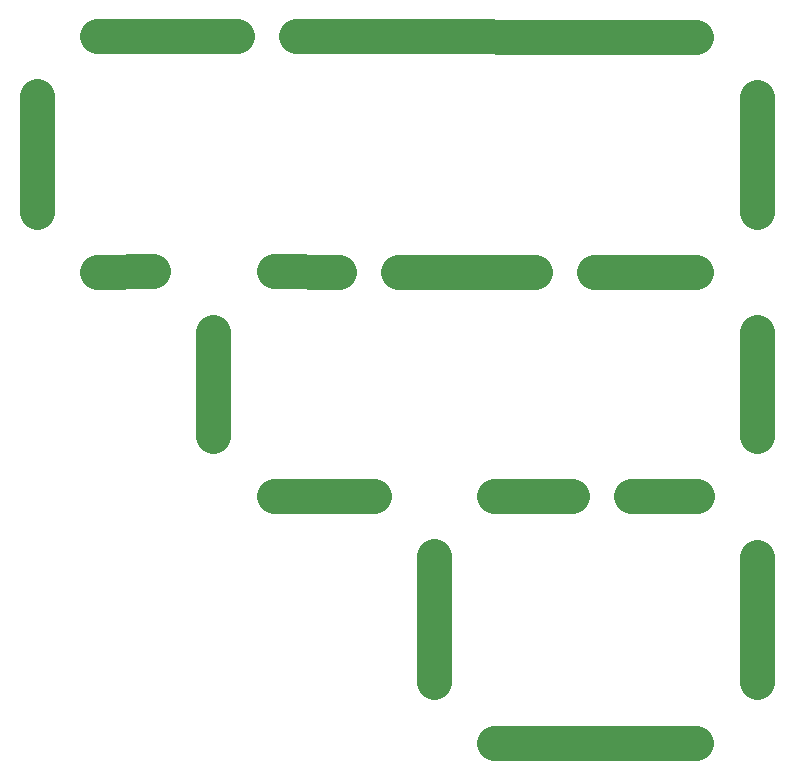
<source format=gbr>
G04 #@! TF.GenerationSoftware,KiCad,Pcbnew,(5.1.9)-1*
G04 #@! TF.CreationDate,2021-05-14T22:38:37-04:00*
G04 #@! TF.ProjectId,PanelizedDisplays,50616e65-6c69-47a6-9564-446973706c61,rev?*
G04 #@! TF.SameCoordinates,Original*
G04 #@! TF.FileFunction,Other,ECO1*
%FSLAX46Y46*%
G04 Gerber Fmt 4.6, Leading zero omitted, Abs format (unit mm)*
G04 Created by KiCad (PCBNEW (5.1.9)-1) date 2021-05-14 22:38:37*
%MOMM*%
%LPD*%
G01*
G04 APERTURE LIST*
%ADD10C,3.000000*%
G04 APERTURE END LIST*
D10*
X81437500Y-85637000D02*
X93290000Y-85637000D01*
X76337500Y-100537000D02*
X76337500Y-90737000D01*
X110000000Y-140390000D02*
X110000000Y-129710000D01*
X132200000Y-145500000D02*
X115110000Y-145500000D01*
X137337500Y-129747000D02*
X137300000Y-140400000D01*
X137300000Y-90837000D02*
X137300000Y-100537000D01*
X98300000Y-85637000D02*
X132200000Y-85737000D01*
X91300000Y-110700000D02*
X91300000Y-119500000D01*
X81437500Y-105637000D02*
X86190000Y-105600000D01*
X123547500Y-105637000D02*
X132200000Y-105637000D01*
X106947500Y-105637000D02*
X118537500Y-105637000D01*
X96410000Y-105600000D02*
X101937500Y-105637000D01*
X137300000Y-110737000D02*
X137337500Y-119527000D01*
X126647500Y-124637000D02*
X132237500Y-124637000D01*
X115110000Y-124600000D02*
X121637500Y-124637000D01*
X96410000Y-124600000D02*
X104890000Y-124600000D01*
X93290000Y-85637000D02*
X93300000Y-85637000D01*
X98310000Y-85637000D02*
X98300000Y-85637000D01*
X132190000Y-85737000D02*
X132200000Y-85737000D01*
X137300000Y-90847000D02*
X137300000Y-90837000D01*
X137300000Y-140390000D02*
X137300000Y-140400000D01*
X132190000Y-145500000D02*
X132200000Y-145500000D01*
X115110000Y-145500000D02*
X115100000Y-145500000D01*
X110000000Y-140390000D02*
X110000000Y-140400000D01*
X96410000Y-124600000D02*
X96400000Y-124600000D01*
X91300000Y-119490000D02*
X91300000Y-119500000D01*
X86200000Y-105600000D02*
X86190000Y-105600000D01*
X96410000Y-105600000D02*
X96400000Y-105600000D01*
X91300000Y-110710000D02*
X91300000Y-110700000D01*
X137300000Y-100537000D02*
X137300000Y-100527000D01*
X137300000Y-110747000D02*
X137300000Y-110737000D01*
X132190000Y-105637000D02*
X132200000Y-105637000D01*
X104900000Y-124600000D02*
X104890000Y-124600000D01*
X115110000Y-124600000D02*
X115100000Y-124600000D01*
X110000000Y-129710000D02*
X110000000Y-129700000D01*
X81447500Y-105637000D02*
X81437500Y-105637000D01*
X76337500Y-100527000D02*
X76337500Y-100537000D01*
X76337500Y-90747000D02*
X76337500Y-90737000D01*
X81447500Y-85637000D02*
X81437500Y-85637000D01*
X121627500Y-124637000D02*
X121637500Y-124637000D01*
X126647500Y-124637000D02*
X126637500Y-124637000D01*
X101927500Y-105637000D02*
X101937500Y-105637000D01*
X106947500Y-105637000D02*
X106937500Y-105637000D01*
X118527500Y-105637000D02*
X118537500Y-105637000D01*
X123547500Y-105637000D02*
X123537500Y-105637000D01*
X137337500Y-119537000D02*
X137337500Y-119527000D01*
X137337500Y-129747000D02*
X137337500Y-129737000D01*
X132227500Y-124637000D02*
X132237500Y-124637000D01*
M02*

</source>
